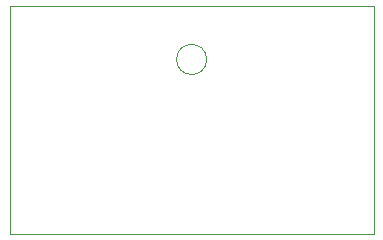
<source format=gbr>
G04 #@! TF.GenerationSoftware,KiCad,Pcbnew,(6.0.1-0)*
G04 #@! TF.CreationDate,2022-02-24T13:12:43-05:00*
G04 #@! TF.ProjectId,DC2VGA_Horizontal,44433256-4741-45f4-986f-72697a6f6e74,1*
G04 #@! TF.SameCoordinates,Original*
G04 #@! TF.FileFunction,Profile,NP*
%FSLAX46Y46*%
G04 Gerber Fmt 4.6, Leading zero omitted, Abs format (unit mm)*
G04 Created by KiCad (PCBNEW (6.0.1-0)) date 2022-02-24 13:12:43*
%MOMM*%
%LPD*%
G01*
G04 APERTURE LIST*
G04 #@! TA.AperFunction,Profile*
%ADD10C,0.100000*%
G04 #@! TD*
G04 APERTURE END LIST*
D10*
X143422792Y-99900000D02*
G75*
G03*
X143422792Y-99900000I-1272792J0D01*
G01*
X157550000Y-95350000D02*
X157550000Y-114650000D01*
X126750000Y-114650000D02*
X126750000Y-95350000D01*
X157550000Y-114650000D02*
X126750000Y-114650000D01*
X126750000Y-95350000D02*
X157550000Y-95350000D01*
M02*

</source>
